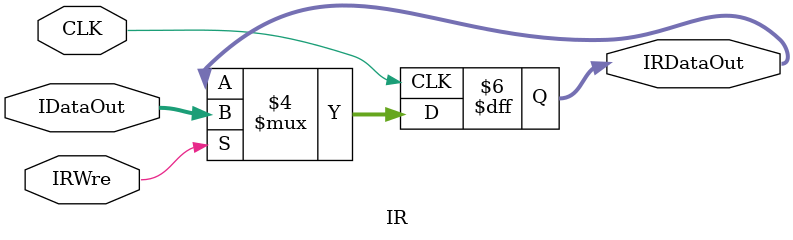
<source format=v>
`timescale 1ns / 1ps


module IR(
    IRWre, IDataOut, CLK, IRDataOut
);
    input  IRWre;          // IR ¼Ä´æÆ÷Ð´Ê¹ÄÜÐÅºÅ
    input [31:0] IDataOut;  // ½ÓÊÜÖ¸Áî´æ´¢Æ÷µÄÖ¸ÁîÖµ
    input CLK;             //Ê±ÖÓÐÅºÅ
    output reg [31:0] IRDataOut; // Ö¸Áî¼Ä´æÆ÷µÄÊä³öÖ¸ÁîÖµ 
    
   always @(negedge CLK )begin 
        if(IRWre == 1)
            IRDataOut = IDataOut;   //  ¸üÐÂÖ¸Áî¼Ä´æÆ÷µÄÊä³öÖµ
        else
            IRDataOut = IRDataOut;  // ±£³ÖÏÖÔÚÊä³öÖµ²»±ä
   end 
endmodule

</source>
